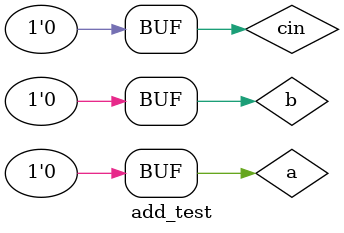
<source format=v>
`timescale 1ns / 1ps

module add_test;
  reg a;
  reg b;
  reg cin;
  wire signed sum;
  wire carryout;

  add1 uut(
    .a(a),
    .b(b),
    .cin(cin),
    .sum(sum),
    .co(co)
  );

  initial begin
		$dumpfile("add_test.vcd");
    $dumpvars(0,add_test);
		a = 1'b0;
		b = 1'b0;

		#100;

		#20 a=1'd1;b=1'd0;cin=1'd0;
    #20 a=1'd1;b=1'd1;cin=1'd0;
    #20 a=1'd1;b=1'd0;cin=1'd1;
    #20 a=1'd0;b=1'd0;cin=1'd0;
	end
	
  initial begin 
		$monitor("a=%b b=%b sum=%b carryout=%d\n",a,b,sum,co);
	end
endmodule
</source>
